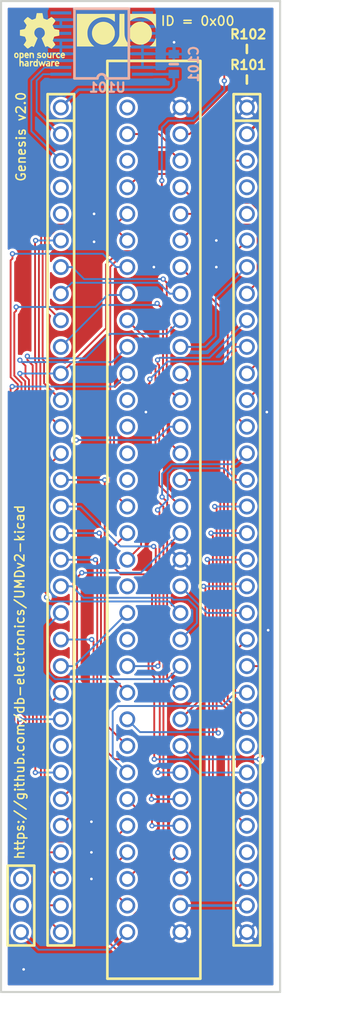
<source format=kicad_pcb>
(kicad_pcb (version 20171130) (host pcbnew 5.1.5-52549c5~84~ubuntu18.04.1)
  (title_block (title "Sega Genesis UMDv2 Adapter") (date 2020-02-10) (rev 2.0) (company "db Electronics") (comment 1 "Licensed Under CERN OHL v.1.2") (comment 2 https://github.com/db-electronics/UMDv2-kicad))
  (layers (0 F.Cu signal) (31 B.Cu signal) (34 B.Paste user) (35 F.Paste user) (36 B.SilkS user) (37 F.SilkS user) (38 B.Mask user) (39 F.Mask user) (44 Edge.Cuts user))
  (net 0 "")
  (net 1 +3V3)
  (net 2 GND)
  (net 3 /SDA)
  (net 4 /SCL)
  (net 5 /~LWR~)
  (net 6 /A15)
  (net 7 /A13)
  (net 8 /A18)
  (net 9 /A16)
  (net 10 /~WR~)
  (net 11 /A10)
  (net 12 /A8)
  (net 13 /D0)
  (net 14 /D14)
  (net 15 /D2)
  (net 16 /D12)
  (net 17 /D10)
  (net 18 /D8)
  (net 19 /D6)
  (net 20 /D4)
  (net 21 /A5)
  (net 22 /A3)
  (net 23 /A1)
  (net 24 /A22)
  (net 25 /A20)
  (net 26 /A19)
  (net 27 /A23)
  (net 28 /A21)
  (net 29 /A2)
  (net 30 /A4)
  (net 31 /~CE~)
  (net 32 /A6)
  (net 33 /~CART~)
  (net 34 /~VRES~)
  (net 35 /D5)
  (net 36 /D7)
  (net 37 /D9)
  (net 38 /D11)
  (net 39 /D3)
  (net 40 /D13)
  (net 41 /D15)
  (net 42 /D1)
  (net 43 /A7)
  (net 44 /A9)
  (net 45 /A11)
  (net 46 /~RD~)
  (net 47 /A17)
  (net 48 /A12)
  (net 49 /A14)
  (net 50 /~TIME~)
  (net 51 /~MRES~)
  (net 52 /~DTACK~)
  (net 53 /~ASEL~)
  (net 54 /~AS~)
  (net 55 /~M3~)
  (net 56 /5V_0)
  (net 57 /5V_1)
  (net 58 "Net-(CON102-PadA2)")
  (module db-smt:0603 (layer F.Cu) (at 153.67 60.452)
    (fp_text reference R102 (at 0.127 -1.397) (layer F.SilkS) (effects (font (size 0.889 0.889) (thickness 0.2032))))
    (fp_text value 0 hide)
    (pad 2 smd rect (at 0.95 0) (size 0.8 1) (layers F.Cu F.Paste F.Mask) (net 10 /~WR~))
    (pad 1 smd rect (at -0.95 0) (size 0.8 1) (layers F.Cu F.Paste F.Mask) (net 58 "Net-(CON102-PadA2)"))
  )
  (module db-smt:0603 (layer F.Cu) (at 153.67 63.373)
    (fp_text reference R101 (at 0.127 -1.397) (layer F.SilkS) (effects (font (size 0.889 0.889) (thickness 0.2032))))
    (fp_text value 0 hide)
    (pad 2 smd rect (at 0.95 0) (size 0.8 1) (layers F.Cu F.Paste F.Mask) (net 56 /5V_0))
    (pad 1 smd rect (at -0.95 0) (size 0.8 1) (layers F.Cu F.Paste F.Mask) (net 58 "Net-(CON102-PadA2)"))
  )
  (module db-artwork:db-logo_7.5mm (layer F.Cu) (at 141.224 58.674)
    (fp_text reference G*** hide)
    (fp_text value LOGO hide)
  )
  (module db-artwork:oshw-logo_5mm (layer F.Cu) (at 133.858 59.563)
    (fp_text reference G*** hide)
    (fp_text value LOGO hide)
  )
  (module db-thparts:UMD-CONN-DIP64 (layer F.Cu) (at 135.89 66.04)
    (fp_text reference CON101 hide)
    (fp_text value UMDv2-CONN hide)
    (pad 67 thru_hole circle (at -3.81 78.74 270) (size 1.524 1.524) (drill 1.016) (layers *.Cu *.Mask) (net 33 /~CART~))
    (pad 66 thru_hole circle (at -3.81 76.2 270) (size 1.524 1.524) (drill 1.016) (layers *.Cu *.Mask))
    (pad 65 thru_hole circle (at -3.81 73.66 270) (size 1.524 1.524) (drill 1.016) (layers *.Cu *.Mask))
    (pad 64 thru_hole circle (at 17.78 0) (size 1.524 1.524) (drill 1.016) (layers *.Cu *.Mask) (net 2 GND))
    (pad 63 thru_hole circle (at 17.78 2.54) (size 1.524 1.524) (drill 1.016) (layers *.Cu *.Mask) (net 56 /5V_0))
    (pad 62 thru_hole circle (at 17.78 5.08) (size 1.524 1.524) (drill 1.016) (layers *.Cu *.Mask) (net 51 /~MRES~))
    (pad 61 thru_hole circle (at 17.78 7.62) (size 1.524 1.524) (drill 1.016) (layers *.Cu *.Mask))
    (pad 60 thru_hole circle (at 17.78 10.16) (size 1.524 1.524) (drill 1.016) (layers *.Cu *.Mask))
    (pad 59 thru_hole circle (at 17.78 12.7) (size 1.524 1.524) (drill 1.016) (layers *.Cu *.Mask) (net 54 /~AS~))
    (pad 58 thru_hole circle (at 17.78 15.24) (size 1.524 1.524) (drill 1.016) (layers *.Cu *.Mask) (net 49 /A14))
    (pad 57 thru_hole circle (at 17.78 17.78) (size 1.524 1.524) (drill 1.016) (layers *.Cu *.Mask) (net 48 /A12))
    (pad 56 thru_hole circle (at 17.78 20.32) (size 1.524 1.524) (drill 1.016) (layers *.Cu *.Mask) (net 47 /A17))
    (pad 55 thru_hole circle (at 17.78 22.86) (size 1.524 1.524) (drill 1.016) (layers *.Cu *.Mask) (net 46 /~RD~))
    (pad 54 thru_hole circle (at 17.78 25.4) (size 1.524 1.524) (drill 1.016) (layers *.Cu *.Mask) (net 45 /A11))
    (pad 53 thru_hole circle (at 17.78 27.94) (size 1.524 1.524) (drill 1.016) (layers *.Cu *.Mask) (net 44 /A9))
    (pad 52 thru_hole circle (at 17.78 30.48) (size 1.524 1.524) (drill 1.016) (layers *.Cu *.Mask) (net 43 /A7))
    (pad 51 thru_hole circle (at 17.78 33.02) (size 1.524 1.524) (drill 1.016) (layers *.Cu *.Mask) (net 42 /D1))
    (pad 50 thru_hole circle (at 17.78 35.56) (size 1.524 1.524) (drill 1.016) (layers *.Cu *.Mask) (net 41 /D15))
    (pad 49 thru_hole circle (at 17.78 38.1) (size 1.524 1.524) (drill 1.016) (layers *.Cu *.Mask) (net 40 /D13))
    (pad 48 thru_hole circle (at 17.78 40.64) (size 1.524 1.524) (drill 1.016) (layers *.Cu *.Mask) (net 39 /D3))
    (pad 47 thru_hole circle (at 17.78 43.18) (size 1.524 1.524) (drill 1.016) (layers *.Cu *.Mask) (net 38 /D11))
    (pad 46 thru_hole circle (at 17.78 45.72) (size 1.524 1.524) (drill 1.016) (layers *.Cu *.Mask) (net 37 /D9))
    (pad 45 thru_hole circle (at 17.78 48.26) (size 1.524 1.524) (drill 1.016) (layers *.Cu *.Mask) (net 36 /D7))
    (pad 44 thru_hole circle (at 17.78 50.8) (size 1.524 1.524) (drill 1.016) (layers *.Cu *.Mask) (net 35 /D5))
    (pad 43 thru_hole circle (at 17.78 53.34) (size 1.524 1.524) (drill 1.016) (layers *.Cu *.Mask) (net 34 /~VRES~))
    (pad 42 thru_hole circle (at 17.78 55.88) (size 1.524 1.524) (drill 1.016) (layers *.Cu *.Mask) (net 53 /~ASEL~))
    (pad 41 thru_hole circle (at 17.78 58.42) (size 1.524 1.524) (drill 1.016) (layers *.Cu *.Mask) (net 32 /A6))
    (pad 40 thru_hole circle (at 17.78 60.96) (size 1.524 1.524) (drill 1.016) (layers *.Cu *.Mask))
    (pad 39 thru_hole circle (at 17.78 63.5) (size 1.524 1.524) (drill 1.016) (layers *.Cu *.Mask) (net 31 /~CE~))
    (pad 38 thru_hole circle (at 17.78 66.04) (size 1.524 1.524) (drill 1.016) (layers *.Cu *.Mask) (net 30 /A4))
    (pad 37 thru_hole circle (at 17.78 68.58) (size 1.524 1.524) (drill 1.016) (layers *.Cu *.Mask) (net 29 /A2))
    (pad 36 thru_hole circle (at 17.78 71.12) (size 1.524 1.524) (drill 1.016) (layers *.Cu *.Mask))
    (pad 35 thru_hole circle (at 17.78 73.66) (size 1.524 1.524) (drill 1.016) (layers *.Cu *.Mask) (net 28 /A21))
    (pad 34 thru_hole circle (at 17.78 76.2) (size 1.524 1.524) (drill 1.016) (layers *.Cu *.Mask) (net 57 /5V_1))
    (pad 33 thru_hole circle (at 17.78 78.74) (size 1.524 1.524) (drill 1.016) (layers *.Cu *.Mask) (net 2 GND))
    (pad 32 thru_hole circle (at 0 78.74) (size 1.524 1.524) (drill 1.016) (layers *.Cu *.Mask) (net 27 /A23))
    (pad 31 thru_hole circle (at 0 76.2) (size 1.524 1.524) (drill 1.016) (layers *.Cu *.Mask) (net 26 /A19))
    (pad 30 thru_hole circle (at 0 73.66) (size 1.524 1.524) (drill 1.016) (layers *.Cu *.Mask) (net 25 /A20))
    (pad 29 thru_hole circle (at 0 71.12) (size 1.524 1.524) (drill 1.016) (layers *.Cu *.Mask) (net 24 /A22))
    (pad 28 thru_hole circle (at 0 68.58) (size 1.524 1.524) (drill 1.016) (layers *.Cu *.Mask) (net 23 /A1))
    (pad 27 thru_hole circle (at 0 66.04) (size 1.524 1.524) (drill 1.016) (layers *.Cu *.Mask) (net 22 /A3))
    (pad 26 thru_hole circle (at 0 63.5) (size 1.524 1.524) (drill 1.016) (layers *.Cu *.Mask) (net 21 /A5))
    (pad 25 thru_hole circle (at 0 60.96) (size 1.524 1.524) (drill 1.016) (layers *.Cu *.Mask))
    (pad 24 thru_hole circle (at 0 58.42) (size 1.524 1.524) (drill 1.016) (layers *.Cu *.Mask) (net 50 /~TIME~))
    (pad 23 thru_hole circle (at 0 55.88) (size 1.524 1.524) (drill 1.016) (layers *.Cu *.Mask) (net 55 /~M3~))
    (pad 22 thru_hole circle (at 0 53.34) (size 1.524 1.524) (drill 1.016) (layers *.Cu *.Mask) (net 52 /~DTACK~))
    (pad 21 thru_hole circle (at 0 50.8) (size 1.524 1.524) (drill 1.016) (layers *.Cu *.Mask) (net 20 /D4))
    (pad 20 thru_hole circle (at 0 48.26) (size 1.524 1.524) (drill 1.016) (layers *.Cu *.Mask) (net 19 /D6))
    (pad 19 thru_hole circle (at 0 45.72) (size 1.524 1.524) (drill 1.016) (layers *.Cu *.Mask) (net 18 /D8))
    (pad 18 thru_hole circle (at 0 43.18) (size 1.524 1.524) (drill 1.016) (layers *.Cu *.Mask) (net 17 /D10))
    (pad 17 thru_hole circle (at 0 40.64) (size 1.524 1.524) (drill 1.016) (layers *.Cu *.Mask) (net 16 /D12))
    (pad 16 thru_hole circle (at 0 38.1) (size 1.524 1.524) (drill 1.016) (layers *.Cu *.Mask) (net 15 /D2))
    (pad 15 thru_hole circle (at 0 35.56) (size 1.524 1.524) (drill 1.016) (layers *.Cu *.Mask) (net 14 /D14))
    (pad 14 thru_hole circle (at 0 33.02) (size 1.524 1.524) (drill 1.016) (layers *.Cu *.Mask) (net 13 /D0))
    (pad 13 thru_hole circle (at 0 30.48) (size 1.524 1.524) (drill 1.016) (layers *.Cu *.Mask) (net 12 /A8))
    (pad 12 thru_hole circle (at 0 27.94) (size 1.524 1.524) (drill 1.016) (layers *.Cu *.Mask) (net 11 /A10))
    (pad 11 thru_hole circle (at 0 25.4) (size 1.524 1.524) (drill 1.016) (layers *.Cu *.Mask) (net 10 /~WR~))
    (pad 10 thru_hole circle (at 0 22.86) (size 1.524 1.524) (drill 1.016) (layers *.Cu *.Mask) (net 9 /A16))
    (pad 9 thru_hole circle (at 0 20.32) (size 1.524 1.524) (drill 1.016) (layers *.Cu *.Mask) (net 8 /A18))
    (pad 8 thru_hole circle (at 0 17.78) (size 1.524 1.524) (drill 1.016) (layers *.Cu *.Mask) (net 7 /A13))
    (pad 7 thru_hole circle (at 0 15.24) (size 1.524 1.524) (drill 1.016) (layers *.Cu *.Mask) (net 6 /A15))
    (pad 6 thru_hole circle (at 0 12.7) (size 1.524 1.524) (drill 1.016) (layers *.Cu *.Mask) (net 5 /~LWR~))
    (pad 5 thru_hole circle (at 0 10.16) (size 1.524 1.524) (drill 1.016) (layers *.Cu *.Mask))
    (pad 4 thru_hole circle (at 0 7.62) (size 1.524 1.524) (drill 1.016) (layers *.Cu *.Mask))
    (pad 3 thru_hole circle (at 0 5.08) (size 1.524 1.524) (drill 1.016) (layers *.Cu *.Mask) (net 3 /SDA))
    (pad 2 thru_hole circle (at 0 2.54) (size 1.524 1.524) (drill 1.016) (layers *.Cu *.Mask) (net 4 /SCL))
    (pad 1 thru_hole circle (at 0 0) (size 1.524 1.524) (drill 1.016) (layers *.Cu *.Mask) (net 1 +3V3))
  )
  (module db-thparts:GENESIS-CONN (layer F.Cu) (at 142.24 66.04)
    (fp_text reference CON102 hide)
    (fp_text value GENESIS-CONN hide)
    (pad A26 thru_hole circle (at 5.08 63.5 180) (size 1.524 1.524) (drill 1.016) (layers *.Cu *.Mask) (net 15 /D2))
    (pad A25 thru_hole circle (at 5.08 60.96 180) (size 1.524 1.524) (drill 1.016) (layers *.Cu *.Mask) (net 35 /D5))
    (pad A24 thru_hole circle (at 5.08 58.42 180) (size 1.524 1.524) (drill 1.016) (layers *.Cu *.Mask) (net 37 /D9))
    (pad A23 thru_hole circle (at 5.08 55.88 180) (size 1.524 1.524) (drill 1.016) (layers *.Cu *.Mask) (net 42 /D1))
    (pad A32 thru_hole circle (at 5.08 78.74 180) (size 1.524 1.524) (drill 1.016) (layers *.Cu *.Mask) (net 2 GND))
    (pad A31 thru_hole circle (at 5.08 76.2 180) (size 1.524 1.524) (drill 1.016) (layers *.Cu *.Mask) (net 57 /5V_1))
    (pad A30 thru_hole circle (at 5.08 73.66 180) (size 1.524 1.524) (drill 1.016) (layers *.Cu *.Mask) (net 38 /D11))
    (pad A29 thru_hole circle (at 5.08 71.12 180) (size 1.524 1.524) (drill 1.016) (layers *.Cu *.Mask) (net 39 /D3))
    (pad A28 thru_hole circle (at 5.08 68.58 180) (size 1.524 1.524) (drill 1.016) (layers *.Cu *.Mask) (net 20 /D4))
    (pad A27 thru_hole circle (at 5.08 66.04 180) (size 1.524 1.524) (drill 1.016) (layers *.Cu *.Mask) (net 17 /D10))
    (pad B32 thru_hole circle (at 0 78.74 180) (size 1.524 1.524) (drill 1.016) (layers *.Cu *.Mask) (net 33 /~CART~))
    (pad B31 thru_hole circle (at 0 76.2 180) (size 1.524 1.524) (drill 1.016) (layers *.Cu *.Mask) (net 50 /~TIME~))
    (pad B30 thru_hole circle (at 0 73.66 180) (size 1.524 1.524) (drill 1.016) (layers *.Cu *.Mask) (net 55 /~M3~))
    (pad B29 thru_hole circle (at 0 71.12 180) (size 1.524 1.524) (drill 1.016) (layers *.Cu *.Mask) (net 10 /~WR~))
    (pad B28 thru_hole circle (at 0 68.58 180) (size 1.524 1.524) (drill 1.016) (layers *.Cu *.Mask) (net 5 /~LWR~))
    (pad B27 thru_hole circle (at 0 66.04 180) (size 1.524 1.524) (drill 1.016) (layers *.Cu *.Mask) (net 34 /~VRES~))
    (pad B26 thru_hole circle (at 0 63.5 180) (size 1.524 1.524) (drill 1.016) (layers *.Cu *.Mask) (net 53 /~ASEL~))
    (pad B25 thru_hole circle (at 0 60.96 180) (size 1.524 1.524) (drill 1.016) (layers *.Cu *.Mask) (net 16 /D12))
    (pad B24 thru_hole circle (at 0 58.42 180) (size 1.524 1.524) (drill 1.016) (layers *.Cu *.Mask) (net 40 /D13))
    (pad B23 thru_hole circle (at 0 55.88 180) (size 1.524 1.524) (drill 1.016) (layers *.Cu *.Mask) (net 14 /D14))
    (pad B1 thru_hole circle (at 0 0 180) (size 1.524 1.524) (drill 1.016) (layers *.Cu *.Mask))
    (pad B2 thru_hole circle (at 0 2.54 180) (size 1.524 1.524) (drill 1.016) (layers *.Cu *.Mask) (net 51 /~MRES~))
    (pad B3 thru_hole circle (at 0 5.08 180) (size 1.524 1.524) (drill 1.016) (layers *.Cu *.Mask))
    (pad B4 thru_hole circle (at 0 7.62 180) (size 1.524 1.524) (drill 1.016) (layers *.Cu *.Mask) (net 44 /A9))
    (pad B5 thru_hole circle (at 0 10.16 180) (size 1.524 1.524) (drill 1.016) (layers *.Cu *.Mask) (net 11 /A10))
    (pad B6 thru_hole circle (at 0 12.7 180) (size 1.524 1.524) (drill 1.016) (layers *.Cu *.Mask) (net 8 /A18))
    (pad B7 thru_hole circle (at 0 15.24 180) (size 1.524 1.524) (drill 1.016) (layers *.Cu *.Mask) (net 26 /A19))
    (pad B8 thru_hole circle (at 0 17.78 180) (size 1.524 1.524) (drill 1.016) (layers *.Cu *.Mask) (net 25 /A20))
    (pad B9 thru_hole circle (at 0 20.32 180) (size 1.524 1.524) (drill 1.016) (layers *.Cu *.Mask) (net 28 /A21))
    (pad B10 thru_hole circle (at 0 22.86 180) (size 1.524 1.524) (drill 1.016) (layers *.Cu *.Mask) (net 24 /A22))
    (pad B11 thru_hole circle (at 0 25.4 180) (size 1.524 1.524) (drill 1.016) (layers *.Cu *.Mask) (net 27 /A23))
    (pad B12 thru_hole circle (at 0 27.94 180) (size 1.524 1.524) (drill 1.016) (layers *.Cu *.Mask))
    (pad B13 thru_hole circle (at 0 30.48 180) (size 1.524 1.524) (drill 1.016) (layers *.Cu *.Mask))
    (pad B14 thru_hole circle (at 0 33.02 180) (size 1.524 1.524) (drill 1.016) (layers *.Cu *.Mask))
    (pad B15 thru_hole circle (at 0 35.56 180) (size 1.524 1.524) (drill 1.016) (layers *.Cu *.Mask))
    (pad B16 thru_hole circle (at 0 38.1 180) (size 1.524 1.524) (drill 1.016) (layers *.Cu *.Mask) (net 46 /~RD~))
    (pad B17 thru_hole circle (at 0 40.64 180) (size 1.524 1.524) (drill 1.016) (layers *.Cu *.Mask) (net 31 /~CE~))
    (pad B18 thru_hole circle (at 0 43.18 180) (size 1.524 1.524) (drill 1.016) (layers *.Cu *.Mask) (net 54 /~AS~))
    (pad B19 thru_hole circle (at 0 45.72 180) (size 1.524 1.524) (drill 1.016) (layers *.Cu *.Mask))
    (pad B20 thru_hole circle (at 0 48.26 180) (size 1.524 1.524) (drill 1.016) (layers *.Cu *.Mask) (net 52 /~DTACK~))
    (pad B21 thru_hole circle (at 0 50.8 180) (size 1.524 1.524) (drill 1.016) (layers *.Cu *.Mask))
    (pad B22 thru_hole circle (at 0 53.34 180) (size 1.524 1.524) (drill 1.016) (layers *.Cu *.Mask) (net 41 /D15))
    (pad A1 thru_hole circle (at 5.08 0 180) (size 1.524 1.524) (drill 1.016) (layers *.Cu *.Mask) (net 2 GND))
    (pad A2 thru_hole circle (at 5.08 2.54 180) (size 1.524 1.524) (drill 1.016) (layers *.Cu *.Mask) (net 58 "Net-(CON102-PadA2)"))
    (pad A3 thru_hole circle (at 5.08 5.08 180) (size 1.524 1.524) (drill 1.016) (layers *.Cu *.Mask) (net 12 /A8))
    (pad A4 thru_hole circle (at 5.08 7.62 180) (size 1.524 1.524) (drill 1.016) (layers *.Cu *.Mask) (net 45 /A11))
    (pad A5 thru_hole circle (at 5.08 10.16 180) (size 1.524 1.524) (drill 1.016) (layers *.Cu *.Mask) (net 43 /A7))
    (pad A6 thru_hole circle (at 5.08 12.7 180) (size 1.524 1.524) (drill 1.016) (layers *.Cu *.Mask) (net 48 /A12))
    (pad A7 thru_hole circle (at 5.08 15.24 180) (size 1.524 1.524) (drill 1.016) (layers *.Cu *.Mask) (net 32 /A6))
    (pad A8 thru_hole circle (at 5.08 17.78 180) (size 1.524 1.524) (drill 1.016) (layers *.Cu *.Mask) (net 7 /A13))
    (pad A9 thru_hole circle (at 5.08 20.32 180) (size 1.524 1.524) (drill 1.016) (layers *.Cu *.Mask) (net 21 /A5))
    (pad A10 thru_hole circle (at 5.08 22.86 180) (size 1.524 1.524) (drill 1.016) (layers *.Cu *.Mask) (net 49 /A14))
    (pad A11 thru_hole circle (at 5.08 25.4 180) (size 1.524 1.524) (drill 1.016) (layers *.Cu *.Mask) (net 30 /A4))
    (pad A12 thru_hole circle (at 5.08 27.94 180) (size 1.524 1.524) (drill 1.016) (layers *.Cu *.Mask) (net 6 /A15))
    (pad A13 thru_hole circle (at 5.08 30.48 180) (size 1.524 1.524) (drill 1.016) (layers *.Cu *.Mask) (net 22 /A3))
    (pad A14 thru_hole circle (at 5.08 33.02 180) (size 1.524 1.524) (drill 1.016) (layers *.Cu *.Mask) (net 9 /A16))
    (pad A15 thru_hole circle (at 5.08 35.56 180) (size 1.524 1.524) (drill 1.016) (layers *.Cu *.Mask) (net 29 /A2))
    (pad A16 thru_hole circle (at 5.08 38.1 180) (size 1.524 1.524) (drill 1.016) (layers *.Cu *.Mask) (net 47 /A17))
    (pad A17 thru_hole circle (at 5.08 40.64 180) (size 1.524 1.524) (drill 1.016) (layers *.Cu *.Mask) (net 23 /A1))
    (pad A18 thru_hole circle (at 5.08 43.18 180) (size 1.524 1.524) (drill 1.016) (layers *.Cu *.Mask) (net 2 GND))
    (pad A19 thru_hole circle (at 5.08 45.72 180) (size 1.524 1.524) (drill 1.016) (layers *.Cu *.Mask) (net 36 /D7))
    (pad A20 thru_hole circle (at 5.08 48.26 180) (size 1.524 1.524) (drill 1.016) (layers *.Cu *.Mask) (net 13 /D0))
    (pad A21 thru_hole circle (at 5.08 50.8 180) (size 1.524 1.524) (drill 1.016) (layers *.Cu *.Mask) (net 18 /D8))
    (pad A22 thru_hole circle (at 5.08 53.34 180) (size 1.524 1.524) (drill 1.016) (layers *.Cu *.Mask) (net 19 /D6))
  )
  (module db-smt:0603 (layer B.Cu) (at 146.685 61.8998 90)
    (fp_text reference C101 (at 0 1.905 90) (layer B.SilkS) (effects (font (size 0.889 0.889) (thickness 0.2032)) (justify mirror)))
    (fp_text value 0.1uF/50V hide)
    (pad 1 smd rect (at -0.95 0 90) (size 0.8 1) (layers B.Cu B.Paste B.Mask) (net 1 +3V3))
    (pad 2 smd rect (at 0.95 0 90) (size 0.8 1) (layers B.Cu B.Paste B.Mask) (net 2 GND))
  )
  (module db-smt:SSOP-20 (layer B.Cu) (at 135.89 62.865)
    (fp_text reference U101 (at 4.445 1.27) (layer B.SilkS) (effects (font (size 0.889 0.889) (thickness 0.2032)) (justify mirror)))
    (fp_text value MCP23008T-E_SS hide)
    (pad 1 smd rect (at 0 0) (size 2 0.3) (layers B.Cu B.Paste B.Mask) (net 4 /SCL))
    (pad 2 smd rect (at 0 -0.65) (size 2 0.3) (layers B.Cu B.Paste B.Mask) (net 3 /SDA))
    (pad 3 smd rect (at 0 -1.3) (size 2 0.3) (layers B.Cu B.Paste B.Mask) (net 2 GND))
    (pad 4 smd rect (at 0 -1.95) (size 2 0.3) (layers B.Cu B.Paste B.Mask) (net 2 GND))
    (pad 5 smd rect (at 0 -2.6) (size 2 0.3) (layers B.Cu B.Paste B.Mask) (net 2 GND))
    (pad 6 smd rect (at 0 -3.25) (size 2 0.3) (layers B.Cu B.Paste B.Mask) (net 2 GND))
    (pad 7 smd rect (at 0 -3.9) (size 2 0.3) (layers B.Cu B.Paste B.Mask))
    (pad 8 smd rect (at 0 -4.55) (size 2 0.3) (layers B.Cu B.Paste B.Mask) (net 2 GND))
    (pad 9 smd rect (at 0 -5.2) (size 2 0.3) (layers B.Cu B.Paste B.Mask) (net 2 GND))
    (pad 10 smd rect (at 0 -5.85) (size 2 0.3) (layers B.Cu B.Paste B.Mask))
    (pad 11 smd rect (at 7.8 -5.85) (size 2 0.3) (layers B.Cu B.Paste B.Mask))
    (pad 12 smd rect (at 7.8 -5.2) (size 2 0.3) (layers B.Cu B.Paste B.Mask) (net 2 GND))
    (pad 13 smd rect (at 7.8 -4.55) (size 2 0.3) (layers B.Cu B.Paste B.Mask) (net 2 GND))
    (pad 14 smd rect (at 7.8 -3.9) (size 2 0.3) (layers B.Cu B.Paste B.Mask) (net 2 GND))
    (pad 15 smd rect (at 7.8 -3.25) (size 2 0.3) (layers B.Cu B.Paste B.Mask) (net 2 GND))
    (pad 16 smd rect (at 7.8 -2.6) (size 2 0.3) (layers B.Cu B.Paste B.Mask) (net 2 GND))
    (pad 19 smd rect (at 7.8 -0.65) (size 2 0.3) (layers B.Cu B.Paste B.Mask) (net 2 GND))
    (pad 20 smd rect (at 7.8 0) (size 2 0.3) (layers B.Cu B.Paste B.Mask) (net 1 +3V3))
    (pad 17 smd rect (at 7.8 -1.95) (size 2 0.3) (layers B.Cu B.Paste B.Mask) (net 2 GND))
    (pad 18 smd rect (at 7.8 -1.3) (size 2 0.3) (layers B.Cu B.Paste B.Mask) (net 2 GND))
  )
  (gr_text "ID = 0x00" (at 148.971 57.785) (layer F.SilkS) (effects (font (size 0.889 0.889) (thickness 0.1524))))
  (gr_text "Genesis v2.0" (at 132.08 68.834 90) (layer F.SilkS) (effects (font (size 0.889 0.889) (thickness 0.1524))))
  (gr_text https://github.com/db-electronics/UMDv2-kicad (at 131.953 120.904 90) (layer F.SilkS) (effects (font (size 0.889 0.889) (thickness 0.1524))))
  (gr_line (start 156.845 55.88) (end 130.175 55.88) (layer Edge.Cuts) (width 0.2))
  (gr_line (start 156.845 55.88) (end 156.845 150.495) (layer Edge.Cuts) (width 0.2))
  (gr_line (start 130.175 150.495) (end 130.175 55.88) (layer Edge.Cuts) (width 0.2))
  (gr_line (start 156.845 150.495) (end 130.175 150.495) (layer Edge.Cuts) (width 0.2))
  (segment (start 135.89 66.04) (end 137.5918 64.3382) (width 0.254) (layer B.Cu) (net 1))
  (segment (start 137.5918 64.3382) (end 146.3548 64.3382) (width 0.254) (layer B.Cu) (net 1))
  (segment (start 146.3548 64.3382) (end 146.685 64.008) (width 0.254) (layer B.Cu) (net 1))
  (segment (start 146.685 64.008) (end 146.685 62.8498) (width 0.254) (layer B.Cu) (net 1))
  (segment (start 146.6698 62.865) (end 146.685 62.8498) (width 0.254) (layer B.Cu) (net 1))
  (segment (start 143.69 62.865) (end 146.6698 62.865) (width 0.254) (layer B.Cu) (net 1))
  (via (at 146.7104 59.817) (size 0.508) (drill 0.254) (layers F.Cu B.Cu) (net 2))
  (segment (start 146.7104 60.17621) (end 146.7358 60.20161) (width 0.254) (layer B.Cu) (net 2))
  (segment (start 146.7104 59.817) (end 146.7104 60.17621) (width 0.254) (layer B.Cu) (net 2))
  (segment (start 146.7358 60.20161) (end 146.7358 60.96) (width 0.254) (layer B.Cu) (net 2))
  (segment (start 144.944 60.915) (end 144.9498 60.9092) (width 0.254) (layer B.Cu) (net 2))
  (segment (start 143.69 60.915) (end 144.944 60.915) (width 0.254) (layer B.Cu) (net 2))
  (segment (start 144.9498 60.9092) (end 146.6342 60.9092) (width 0.254) (layer B.Cu) (net 2))
  (segment (start 146.6342 60.9092) (end 146.6596 60.8838) (width 0.254) (layer B.Cu) (net 2))
  (segment (start 143.69 57.711) (end 143.6878 57.7088) (width 0.254) (layer B.Cu) (net 2))
  (via (at 139.065 76.2) (size 0.508) (drill 0.254) (layers F.Cu B.Cu) (net 2))
  (via (at 139.065 78.867) (size 0.508) (drill 0.254) (layers F.Cu B.Cu) (net 2))
  (via (at 150.749 78.74) (size 0.508) (drill 0.254) (layers F.Cu B.Cu) (net 2))
  (via (at 150.749 81.28) (size 0.508) (drill 0.254) (layers F.Cu B.Cu) (net 2))
  (via (at 144.78 81.28) (size 0.508) (drill 0.254) (layers F.Cu B.Cu) (net 2))
  (via (at 144.018 95.123) (size 0.508) (drill 0.254) (layers F.Cu B.Cu) (net 2))
  (via (at 132.334 148.336) (size 0.508) (drill 0.254) (layers F.Cu B.Cu) (net 2))
  (via (at 155.575 95.123) (size 0.508) (drill 0.254) (layers F.Cu B.Cu) (net 2))
  (via (at 155.702 115.951) (size 0.508) (drill 0.254) (layers F.Cu B.Cu) (net 2))
  (via (at 138.811 139.7) (size 0.508) (drill 0.254) (layers F.Cu B.Cu) (net 2))
  (via (at 138.811 137.16) (size 0.508) (drill 0.254) (layers F.Cu B.Cu) (net 2))
  (via (at 138.811 134.239) (size 0.508) (drill 0.254) (layers F.Cu B.Cu) (net 2))
  (segment (start 133.0706 68.3006) (end 133.0706 63.4746) (width 0.1778) (layer B.Cu) (net 3))
  (segment (start 135.89 71.12) (end 133.0706 68.3006) (width 0.1778) (layer B.Cu) (net 3))
  (segment (start 133.0706 63.4746) (end 134.3152 62.23) (width 0.1778) (layer B.Cu) (net 3))
  (segment (start 134.3152 62.23) (end 135.9408 62.23) (width 0.1778) (layer B.Cu) (net 3))
  (segment (start 135.7884 68.6562) (end 135.7884 68.6308) (width 0.1778) (layer B.Cu) (net 4))
  (segment (start 133.5786 66.4464) (end 135.7884 68.6562) (width 0.1778) (layer B.Cu) (net 4))
  (segment (start 133.5786 63.4746) (end 133.5786 66.4464) (width 0.1778) (layer B.Cu) (net 4))
  (segment (start 135.89 62.865) (end 134.1882 62.865) (width 0.1778) (layer B.Cu) (net 4))
  (segment (start 134.1882 62.865) (end 133.5786 63.4746) (width 0.1778) (layer B.Cu) (net 4))
  (via (at 133.477 78.74) (size 0.508) (drill 0.254) (layers F.Cu B.Cu) (net 5))
  (segment (start 134.1374 78.74) (end 133.477 78.74) (width 0.1778) (layer B.Cu) (net 5))
  (segment (start 135.89 78.74) (end 134.1374 78.74) (width 0.1778) (layer B.Cu) (net 5))
  (segment (start 133.477 78.74) (end 133.426211 78.790789) (width 0.1778) (layer F.Cu) (net 5))
  (segment (start 133.426211 78.790789) (end 133.426211 90.381912) (width 0.1778) (layer F.Cu) (net 5))
  (segment (start 133.553236 93.63958) (end 133.553236 90.508937) (width 0.1778) (layer F.Cu) (net 5))
  (segment (start 133.5532 93.6498) (end 133.5532 93.639616) (width 0.1778) (layer F.Cu) (net 5))
  (segment (start 133.22304 122.88524) (end 133.22304 93.97996) (width 0.1778) (layer F.Cu) (net 5))
  (segment (start 133.5532 93.639616) (end 133.553236 93.63958) (width 0.1778) (layer F.Cu) (net 5))
  (segment (start 133.22304 93.97996) (end 133.5532 93.6498) (width 0.1778) (layer F.Cu) (net 5))
  (segment (start 133.985 123.6472) (end 133.22304 122.88524) (width 0.1778) (layer F.Cu) (net 5))
  (segment (start 133.553236 90.508937) (end 133.477 90.432701) (width 0.1778) (layer F.Cu) (net 5))
  (segment (start 140.766789 136.118611) (end 134.802902 136.118611) (width 0.1778) (layer F.Cu) (net 5))
  (segment (start 133.426211 90.381912) (end 133.477 90.432701) (width 0.1778) (layer F.Cu) (net 5))
  (segment (start 134.802902 136.118611) (end 133.985 135.300709) (width 0.1778) (layer F.Cu) (net 5))
  (segment (start 142.2654 134.62) (end 140.766789 136.118611) (width 0.1778) (layer F.Cu) (net 5))
  (segment (start 133.985 135.300709) (end 133.985 123.6472) (width 0.1778) (layer F.Cu) (net 5))
  (via (at 145.669 82.423) (size 0.508) (drill 0.254) (layers F.Cu B.Cu) (net 6))
  (segment (start 136.96763 81.28) (end 135.89 81.28) (width 0.1778) (layer B.Cu) (net 6))
  (segment (start 145.669 82.423) (end 138.11063 82.423) (width 0.1778) (layer B.Cu) (net 6))
  (segment (start 138.11063 82.423) (end 136.96763 81.28) (width 0.1778) (layer B.Cu) (net 6))
  (segment (start 146.011912 92.748112) (end 146.011912 82.765912) (width 0.1778) (layer F.Cu) (net 6))
  (segment (start 146.011912 82.765912) (end 145.669 82.423) (width 0.1778) (layer F.Cu) (net 6))
  (segment (start 147.2946 94.0308) (end 146.011912 92.748112) (width 0.1778) (layer F.Cu) (net 6))
  (segment (start 136.931389 82.778611) (end 145.253973 82.778611) (width 0.1778) (layer B.Cu) (net 7))
  (segment (start 146.295362 83.82) (end 147.32 83.82) (width 0.1778) (layer B.Cu) (net 7))
  (segment (start 135.89 83.82) (end 136.931389 82.778611) (width 0.1778) (layer B.Cu) (net 7))
  (segment (start 145.253973 82.778611) (end 146.295362 83.82) (width 0.1778) (layer B.Cu) (net 7))
  (segment (start 141.1224 77.6224) (end 142.24 78.74) (width 0.1778) (layer F.Cu) (net 8))
  (segment (start 134.505688 84.975688) (end 134.505688 79.768712) (width 0.1778) (layer F.Cu) (net 8))
  (segment (start 135.89 86.36) (end 134.505688 84.975688) (width 0.1778) (layer F.Cu) (net 8))
  (segment (start 134.505688 79.768712) (end 134.721622 79.552778) (width 0.1778) (layer F.Cu) (net 8))
  (segment (start 134.721622 78.3859) (end 135.485122 77.6224) (width 0.1778) (layer F.Cu) (net 8))
  (segment (start 134.721622 79.552778) (end 134.721622 78.3859) (width 0.1778) (layer F.Cu) (net 8))
  (segment (start 135.485122 77.6224) (end 141.1224 77.6224) (width 0.1778) (layer F.Cu) (net 8))
  (segment (start 139.89051 84.89949) (end 144.940683 84.89949) (width 0.1778) (layer B.Cu) (net 9))
  (segment (start 144.940683 84.89949) (end 145.093083 84.74709) (width 0.1778) (layer B.Cu) (net 9))
  (segment (start 135.89 88.9) (end 139.89051 84.89949) (width 0.1778) (layer B.Cu) (net 9))
  (via (at 145.093083 84.74709) (size 0.508) (drill 0.254) (layers F.Cu B.Cu) (net 9))
  (segment (start 145.656301 97.396301) (end 145.656301 85.310308) (width 0.1778) (layer F.Cu) (net 9))
  (segment (start 145.656301 85.310308) (end 145.093083 84.74709) (width 0.1778) (layer F.Cu) (net 9))
  (segment (start 147.32 99.06) (end 145.656301 97.396301) (width 0.1778) (layer F.Cu) (net 9))
  (via (at 131.9784 91.44) (size 0.508) (drill 0.254) (layers F.Cu B.Cu) (net 10))
  (segment (start 135.89 91.44) (end 131.9784 91.44) (width 0.1778) (layer B.Cu) (net 10))
  (segment (start 134.4676 138.43) (end 140.97 138.43) (width 0.1778) (layer F.Cu) (net 10))
  (segment (start 132.511809 136.474209) (end 134.4676 138.43) (width 0.1778) (layer F.Cu) (net 10))
  (segment (start 132.511809 125.145791) (end 132.511809 136.474209) (width 0.1778) (layer F.Cu) (net 10))
  (segment (start 132.8674 124.7902) (end 132.511809 125.145791) (width 0.1778) (layer F.Cu) (net 10))
  (segment (start 131.9784 91.678784) (end 132.486407 92.186792) (width 0.1778) (layer F.Cu) (net 10))
  (segment (start 132.15621 93.517698) (end 132.15621 123.39321) (width 0.1778) (layer F.Cu) (net 10))
  (segment (start 140.97 138.43) (end 142.24 137.16) (width 0.1778) (layer F.Cu) (net 10))
  (segment (start 131.9784 91.44) (end 131.9784 91.678784) (width 0.1778) (layer F.Cu) (net 10))
  (segment (start 132.15621 123.39321) (end 132.8674 124.1044) (width 0.1778) (layer F.Cu) (net 10))
  (segment (start 132.8674 124.1044) (end 132.8674 124.7902) (width 0.1778) (layer F.Cu) (net 10))
  (segment (start 132.486407 92.186792) (end 132.486409 93.187499) (width 0.1778) (layer F.Cu) (net 10))
  (segment (start 132.486409 93.187499) (end 132.15621 93.517698) (width 0.1778) (layer F.Cu) (net 10))
  (segment (start 135.89 91.44) (end 140.208 87.122) (width 0.1778) (layer F.Cu) (net 10))
  (segment (start 140.208 87.122) (end 140.208 81.026) (width 0.1778) (layer F.Cu) (net 10))
  (segment (start 141.465299 79.768701) (end 144.767299 79.768701) (width 0.1778) (layer F.Cu) (net 10))
  (segment (start 140.208 81.026) (end 141.465299 79.768701) (width 0.1778) (layer F.Cu) (net 10))
  (via (at 145.542 73.025) (size 0.508) (drill 0.254) (layers F.Cu B.Cu) (net 10))
  (segment (start 144.767299 79.768701) (end 145.542 78.994) (width 0.1778) (layer F.Cu) (net 10))
  (segment (start 145.542 78.994) (end 145.542 73.025) (width 0.1778) (layer F.Cu) (net 10))
  (segment (start 145.542 73.025) (end 145.542 67.945) (width 0.1778) (layer B.Cu) (net 10))
  (segment (start 145.542 67.945) (end 146.177 67.31) (width 0.1778) (layer B.Cu) (net 10))
  (segment (start 146.177 67.31) (end 148.59 67.31) (width 0.1778) (layer B.Cu) (net 10))
  (via (at 151.511 63.5) (size 0.508) (drill 0.254) (layers F.Cu B.Cu) (net 10))
  (segment (start 148.59 67.31) (end 151.511 64.389) (width 0.1778) (layer B.Cu) (net 10))
  (segment (start 151.511 64.389) (end 151.511 63.5) (width 0.1778) (layer B.Cu) (net 10))
  (segment (start 151.511 63.5) (end 151.511 59.563) (width 0.1778) (layer F.Cu) (net 10))
  (segment (start 151.511 59.563) (end 152.019 59.055) (width 0.1778) (layer F.Cu) (net 10))
  (segment (start 152.019 59.055) (end 154.432 59.055) (width 0.1778) (layer F.Cu) (net 10))
  (segment (start 154.62 59.243) (end 154.62 60.452) (width 0.1778) (layer F.Cu) (net 10))
  (segment (start 154.432 59.055) (end 154.62 59.243) (width 0.1778) (layer F.Cu) (net 10))
  (segment (start 134.366011 79.2988) (end 134.366011 78.238602) (width 0.1778) (layer F.Cu) (net 11))
  (segment (start 134.366011 78.238602) (end 135.375912 77.228701) (width 0.1778) (layer F.Cu) (net 11))
  (segment (start 135.375912 77.228701) (end 141.135099 77.228701) (width 0.1778) (layer F.Cu) (net 11))
  (segment (start 134.289833 92.379833) (end 134.289833 90.239716) (width 0.1778) (layer F.Cu) (net 11))
  (segment (start 141.135099 77.228701) (end 142.1892 76.1746) (width 0.1778) (layer F.Cu) (net 11))
  (segment (start 134.150077 79.514734) (end 134.366011 79.2988) (width 0.1778) (layer F.Cu) (net 11))
  (segment (start 134.289833 90.239716) (end 134.150077 90.09996) (width 0.1778) (layer F.Cu) (net 11))
  (segment (start 134.150077 90.09996) (end 134.150077 79.514734) (width 0.1778) (layer F.Cu) (net 11))
  (segment (start 135.89 93.98) (end 134.289833 92.379833) (width 0.1778) (layer F.Cu) (net 11))
  (segment (start 133.934222 90.387014) (end 133.794466 90.247258) (width 0.1778) (layer F.Cu) (net 12))
  (segment (start 133.794466 79.286134) (end 134.0104 79.0702) (width 0.1778) (layer F.Cu) (net 12))
  (segment (start 133.934222 94.640422) (end 133.934222 90.387014) (width 0.1778) (layer F.Cu) (net 12))
  (segment (start 135.3312 74.9554) (end 136.882122 74.9554) (width 0.1778) (layer F.Cu) (net 12))
  (segment (start 146.05 69.85) (end 147.32 71.12) (width 0.1778) (layer F.Cu) (net 12))
  (segment (start 133.794466 90.247258) (end 133.794466 79.286134) (width 0.1778) (layer F.Cu) (net 12))
  (segment (start 135.8646 96.5708) (end 133.934222 94.640422) (width 0.1778) (layer F.Cu) (net 12))
  (segment (start 134.0104 79.0702) (end 134.0104 76.2762) (width 0.1778) (layer F.Cu) (net 12))
  (segment (start 141.987522 69.85) (end 146.05 69.85) (width 0.1778) (layer F.Cu) (net 12))
  (segment (start 134.0104 76.2762) (end 135.3312 74.9554) (width 0.1778) (layer F.Cu) (net 12))
  (segment (start 136.882122 74.9554) (end 141.987522 69.85) (width 0.1778) (layer F.Cu) (net 12))
  (via (at 134.5184 112.8014) (size 0.508) (drill 0.254) (layers F.Cu B.Cu) (net 13))
  (segment (start 134.3406 100.6094) (end 135.89 99.06) (width 0.1778) (layer F.Cu) (net 13))
  (segment (start 134.5184 112.44219) (end 134.3406 112.26439) (width 0.1778) (layer F.Cu) (net 13))
  (segment (start 134.3406 112.26439) (end 134.3406 100.6094) (width 0.1778) (layer F.Cu) (net 13))
  (segment (start 134.5184 112.8014) (end 134.5184 112.44219) (width 0.1778) (layer F.Cu) (net 13))
  (segment (start 147.32 114.3) (end 146.227811 113.207811) (width 0.1778) (layer B.Cu) (net 13))
  (segment (start 134.924811 113.207811) (end 134.5184 112.8014) (width 0.1778) (layer B.Cu) (net 13))
  (segment (start 146.227811 113.207811) (end 134.924811 113.207811) (width 0.1778) (layer B.Cu) (net 13))
  (via (at 140.081 101.6) (size 0.508) (drill 0.254) (layers F.Cu B.Cu) (net 14))
  (segment (start 135.89 101.6) (end 140.081 101.6) (width 0.1778) (layer B.Cu) (net 14))
  (segment (start 140.081 119.761) (end 142.24 121.92) (width 0.1778) (layer F.Cu) (net 14))
  (segment (start 140.081 101.6) (end 140.081 119.761) (width 0.1778) (layer F.Cu) (net 14))
  (via (at 145.161 129.54) (size 0.508) (drill 0.254) (layers F.Cu B.Cu) (net 15))
  (segment (start 147.32 129.54) (end 145.161 129.54) (width 0.1778) (layer B.Cu) (net 15))
  (segment (start 145.161 129.18079) (end 145.3388 129.00299) (width 0.1778) (layer F.Cu) (net 15))
  (segment (start 145.161 129.54) (end 145.161 129.18079) (width 0.1778) (layer F.Cu) (net 15))
  (segment (start 145.3388 129.00299) (end 145.3388 120.3452) (width 0.1778) (layer F.Cu) (net 15))
  (segment (start 145.3388 120.3452) (end 144.6276 119.634) (width 0.1778) (layer F.Cu) (net 15))
  (segment (start 144.6276 119.634) (end 144.6276 119.126) (width 0.1778) (layer F.Cu) (net 15))
  (segment (start 144.6276 119.126) (end 144.9578 118.7958) (width 0.1778) (layer F.Cu) (net 15))
  (segment (start 144.9578 118.7958) (end 144.9578 108.1532) (width 0.1778) (layer F.Cu) (net 15))
  (via (at 144.7546 107.95) (size 0.508) (drill 0.254) (layers F.Cu B.Cu) (net 15))
  (segment (start 144.9578 108.1532) (end 144.7546 107.95) (width 0.1778) (layer F.Cu) (net 15))
  (segment (start 137.77824 104.14) (end 135.89 104.14) (width 0.1778) (layer B.Cu) (net 15))
  (segment (start 144.7546 107.95) (end 141.58824 107.95) (width 0.1778) (layer B.Cu) (net 15))
  (segment (start 141.58824 107.95) (end 137.77824 104.14) (width 0.1778) (layer B.Cu) (net 15))
  (via (at 139.5476 106.68) (size 0.508) (drill 0.254) (layers F.Cu B.Cu) (net 16))
  (segment (start 135.89 106.68) (end 139.5476 106.68) (width 0.1778) (layer B.Cu) (net 16))
  (segment (start 139.5476 106.68) (end 139.5476 106.7054) (width 0.1778) (layer F.Cu) (net 16))
  (segment (start 139.5476 106.7054) (end 139.7254 106.8832) (width 0.1778) (layer F.Cu) (net 16))
  (segment (start 139.7254 124.4854) (end 142.24 127) (width 0.1778) (layer F.Cu) (net 16))
  (segment (start 139.7254 106.8832) (end 139.7254 124.4854) (width 0.1778) (layer F.Cu) (net 16))
  (via (at 139.192 109.22) (size 0.508) (drill 0.254) (layers F.Cu B.Cu) (net 17))
  (segment (start 135.89 109.22) (end 139.192 109.22) (width 0.1778) (layer B.Cu) (net 17))
  (segment (start 139.192 109.22) (end 139.3698 109.3978) (width 0.1778) (layer F.Cu) (net 17))
  (segment (start 139.3698 109.3978) (end 139.3698 110.4646) (width 0.1778) (layer F.Cu) (net 17))
  (segment (start 139.3698 110.4646) (end 139.3698 126.619) (width 0.1778) (layer F.Cu) (net 17))
  (segment (start 139.3698 126.619) (end 141.0208 128.27) (width 0.1778) (layer F.Cu) (net 17))
  (segment (start 141.0208 128.27) (end 143.4846 128.27) (width 0.1778) (layer F.Cu) (net 17))
  (via (at 144.5514 132.08) (size 0.508) (drill 0.254) (layers F.Cu B.Cu) (net 17))
  (segment (start 143.4846 128.27) (end 144.5514 129.3368) (width 0.1778) (layer F.Cu) (net 17))
  (segment (start 144.5514 129.3368) (end 144.5514 132.08) (width 0.1778) (layer F.Cu) (net 17))
  (segment (start 144.5514 132.08) (end 147.32 132.08) (width 0.1778) (layer B.Cu) (net 17))
  (segment (start 136.96763 111.76) (end 138.05983 112.8522) (width 0.1778) (layer B.Cu) (net 18))
  (segment (start 135.89 111.76) (end 136.96763 111.76) (width 0.1778) (layer B.Cu) (net 18))
  (segment (start 138.05983 112.8522) (end 146.4818 112.8522) (width 0.1778) (layer B.Cu) (net 18))
  (segment (start 146.4818 112.8522) (end 146.6596 113.03) (width 0.1778) (layer B.Cu) (net 18))
  (segment (start 146.6596 113.03) (end 148.0566 113.03) (width 0.1778) (layer B.Cu) (net 18))
  (segment (start 148.0566 113.03) (end 148.8948 113.8682) (width 0.1778) (layer B.Cu) (net 18))
  (segment (start 148.8948 115.2652) (end 147.32 116.84) (width 0.1778) (layer B.Cu) (net 18))
  (segment (start 148.8948 113.8682) (end 148.8948 115.2652) (width 0.1778) (layer B.Cu) (net 18))
  (segment (start 146.0754 120.6246) (end 147.32 119.38) (width 0.1778) (layer B.Cu) (net 19))
  (segment (start 135.3312 120.6246) (end 146.0754 120.6246) (width 0.1778) (layer B.Cu) (net 19))
  (segment (start 134.5692 119.8626) (end 135.3312 120.6246) (width 0.1778) (layer B.Cu) (net 19))
  (segment (start 135.89 114.3) (end 134.5692 115.6208) (width 0.1778) (layer B.Cu) (net 19))
  (segment (start 134.5692 115.6208) (end 134.5692 119.8626) (width 0.1778) (layer B.Cu) (net 19))
  (via (at 138.8364 116.84) (size 0.508) (drill 0.254) (layers F.Cu B.Cu) (net 20))
  (segment (start 135.89 116.84) (end 138.8364 116.84) (width 0.1778) (layer B.Cu) (net 20))
  (segment (start 138.8364 116.84) (end 138.8364 116.8654) (width 0.1778) (layer F.Cu) (net 20))
  (segment (start 138.8364 116.8654) (end 139.0142 117.0432) (width 0.1778) (layer F.Cu) (net 20))
  (segment (start 139.0142 117.0432) (end 139.0142 128.8288) (width 0.1778) (layer F.Cu) (net 20))
  (segment (start 139.0142 128.8288) (end 141.0208 130.8354) (width 0.1778) (layer F.Cu) (net 20))
  (segment (start 141.0208 130.8354) (end 143.2306 130.8354) (width 0.1778) (layer F.Cu) (net 20))
  (segment (start 143.2306 130.8354) (end 143.9672 131.572) (width 0.1778) (layer F.Cu) (net 20))
  (segment (start 143.9672 131.572) (end 143.9672 132.3086) (width 0.1778) (layer F.Cu) (net 20))
  (via (at 144.6022 134.62) (size 0.508) (drill 0.254) (layers F.Cu B.Cu) (net 20))
  (segment (start 143.9672 132.3086) (end 144.6022 132.9436) (width 0.1778) (layer F.Cu) (net 20))
  (segment (start 144.6022 132.9436) (end 144.6022 134.62) (width 0.1778) (layer F.Cu) (net 20))
  (segment (start 144.6022 134.62) (end 147.32 134.62) (width 0.1778) (layer B.Cu) (net 20))
  (via (at 132.6896 89.789) (size 0.508) (drill 0.254) (layers F.Cu B.Cu) (net 21))
  (segment (start 132.6896 89.789) (end 132.6896 90.14821) (width 0.1778) (layer F.Cu) (net 21))
  (via (at 133.4516 129.54) (size 0.508) (drill 0.254) (layers F.Cu B.Cu) (net 21))
  (segment (start 135.89 129.54) (end 133.4516 129.54) (width 0.1778) (layer B.Cu) (net 21))
  (segment (start 133.5786 125.084816) (end 133.578618 125.084796) (width 0.1778) (layer F.Cu) (net 21))
  (segment (start 133.578618 125.084796) (end 133.578619 123.809803) (width 0.1778) (layer F.Cu) (net 21))
  (segment (start 133.578619 123.809803) (end 132.86743 123.098614) (width 0.1778) (layer F.Cu) (net 21))
  (segment (start 132.86743 123.098614) (end 132.86743 93.822478) (width 0.1778) (layer F.Cu) (net 21))
  (segment (start 132.86743 93.822478) (end 133.197626 93.492282) (width 0.1778) (layer F.Cu) (net 21))
  (segment (start 133.197626 90.656236) (end 133.04159 90.5002) (width 0.1778) (layer F.Cu) (net 21))
  (segment (start 133.197626 93.492282) (end 133.197626 90.656236) (width 0.1778) (layer F.Cu) (net 21))
  (segment (start 132.6896 90.14821) (end 133.04159 90.5002) (width 0.1778) (layer F.Cu) (net 21))
  (segment (start 133.4516 125.211814) (end 133.578618 125.084796) (width 0.1778) (layer F.Cu) (net 21))
  (segment (start 133.4516 129.54) (end 133.4516 125.211814) (width 0.1778) (layer F.Cu) (net 21))
  (segment (start 140.5636 87.6554) (end 146.0246 87.6554) (width 0.1778) (layer B.Cu) (net 21))
  (segment (start 138.2268 89.9922) (end 140.5636 87.6554) (width 0.1778) (layer B.Cu) (net 21))
  (segment (start 132.6896 89.789) (end 132.8928 89.9922) (width 0.1778) (layer B.Cu) (net 21))
  (segment (start 146.0246 87.6554) (end 147.32 86.36) (width 0.1778) (layer B.Cu) (net 21))
  (segment (start 132.8928 89.9922) (end 138.2268 89.9922) (width 0.1778) (layer B.Cu) (net 21))
  (segment (start 146.24237 96.52) (end 144.97237 97.79) (width 0.1778) (layer B.Cu) (net 22))
  (segment (start 147.32 96.52) (end 146.24237 96.52) (width 0.1778) (layer B.Cu) (net 22))
  (via (at 137.3632 97.79) (size 0.508) (drill 0.254) (layers F.Cu B.Cu) (net 22))
  (segment (start 144.97237 97.79) (end 137.3632 97.79) (width 0.1778) (layer B.Cu) (net 22))
  (segment (start 137.083789 121.088402) (end 137.337789 121.342402) (width 0.1778) (layer F.Cu) (net 22))
  (segment (start 137.337789 121.342402) (end 137.337789 130.632211) (width 0.1778) (layer F.Cu) (net 22))
  (segment (start 137.083789 98.069411) (end 137.083789 121.088402) (width 0.1778) (layer F.Cu) (net 22))
  (segment (start 137.337789 130.632211) (end 135.89 132.08) (width 0.1778) (layer F.Cu) (net 22))
  (segment (start 137.3632 97.79) (end 137.083789 98.069411) (width 0.1778) (layer F.Cu) (net 22))
  (segment (start 147.32 106.68) (end 146.558001 107.441999) (width 0.1778) (layer B.Cu) (net 23))
  (segment (start 146.558001 107.441999) (end 143.5354 110.4646) (width 0.1778) (layer B.Cu) (net 23))
  (via (at 137.8966 110.4646) (size 0.508) (drill 0.254) (layers F.Cu B.Cu) (net 23))
  (segment (start 143.5354 110.4646) (end 137.8966 110.4646) (width 0.1778) (layer B.Cu) (net 23))
  (segment (start 137.4394 110.9218) (end 137.8966 110.4646) (width 0.1778) (layer F.Cu) (net 23))
  (segment (start 137.4394 120.941104) (end 137.4394 110.9218) (width 0.1778) (layer F.Cu) (net 23))
  (segment (start 137.6934 121.195104) (end 137.4394 120.941104) (width 0.1778) (layer F.Cu) (net 23))
  (segment (start 137.6934 132.8166) (end 137.6934 121.195104) (width 0.1778) (layer F.Cu) (net 23))
  (segment (start 135.89 134.62) (end 137.6934 132.8166) (width 0.1778) (layer F.Cu) (net 23))
  (via (at 131.9784 90.17) (size 0.508) (drill 0.254) (layers F.Cu B.Cu) (net 24))
  (segment (start 142.24 88.9) (end 140.792189 90.347811) (width 0.1778) (layer B.Cu) (net 24))
  (segment (start 132.156211 90.347811) (end 131.9784 90.17) (width 0.1778) (layer B.Cu) (net 24))
  (segment (start 140.792189 90.347811) (end 132.156211 90.347811) (width 0.1778) (layer B.Cu) (net 24))
  (segment (start 132.510669 90.702269) (end 131.9784 90.17) (width 0.1778) (layer F.Cu) (net 24))
  (segment (start 132.510669 91.708146) (end 132.510669 90.702269) (width 0.1778) (layer F.Cu) (net 24))
  (segment (start 132.842016 92.039494) (end 132.510669 91.708146) (width 0.1778) (layer F.Cu) (net 24))
  (segment (start 132.842016 93.344984) (end 132.842016 92.039494) (width 0.1778) (layer F.Cu) (net 24))
  (segment (start 132.51182 123.245912) (end 132.51182 93.67518) (width 0.1778) (layer F.Cu) (net 24))
  (segment (start 133.22301 123.957102) (end 132.51182 123.245912) (width 0.1778) (layer F.Cu) (net 24))
  (segment (start 133.700508 137.16) (end 133.421108 136.8806) (width 0.1778) (layer F.Cu) (net 24))
  (segment (start 132.51182 93.67518) (end 132.842016 93.344984) (width 0.1778) (layer F.Cu) (net 24))
  (segment (start 133.421108 136.8806) (end 133.421108 136.875508) (width 0.1778) (layer F.Cu) (net 24))
  (segment (start 133.223009 124.937499) (end 133.22301 123.957102) (width 0.1778) (layer F.Cu) (net 24))
  (segment (start 133.421108 136.875508) (end 132.867419 136.321819) (width 0.1778) (layer F.Cu) (net 24))
  (segment (start 135.89 137.16) (end 133.700508 137.16) (width 0.1778) (layer F.Cu) (net 24))
  (segment (start 132.867419 136.321819) (end 132.867419 125.293089) (width 0.1778) (layer F.Cu) (net 24))
  (segment (start 132.867419 125.293089) (end 133.223009 124.937499) (width 0.1778) (layer F.Cu) (net 24))
  (via (at 131.6228 85.09) (size 0.508) (drill 0.254) (layers F.Cu B.Cu) (net 25))
  (segment (start 131.8006 93.3704) (end 132.1308 93.0402) (width 0.1778) (layer F.Cu) (net 25))
  (segment (start 134.467601 138.938001) (end 132.156199 136.626599) (width 0.1778) (layer F.Cu) (net 25))
  (segment (start 135.89 139.7) (end 135.128001 138.938001) (width 0.1778) (layer F.Cu) (net 25))
  (segment (start 135.128001 138.938001) (end 134.467601 138.938001) (width 0.1778) (layer F.Cu) (net 25))
  (segment (start 132.130798 92.33409) (end 131.44501 91.648302) (width 0.1778) (layer F.Cu) (net 25))
  (segment (start 131.44501 85.627) (end 131.6228 85.44921) (width 0.1778) (layer F.Cu) (net 25))
  (segment (start 131.6228 85.44921) (end 131.6228 85.09) (width 0.1778) (layer F.Cu) (net 25))
  (segment (start 132.156199 136.626599) (end 132.156199 124.998493) (width 0.1778) (layer F.Cu) (net 25))
  (segment (start 132.511789 124.256789) (end 131.8006 123.5456) (width 0.1778) (layer F.Cu) (net 25))
  (segment (start 132.1308 93.0402) (end 132.130798 92.33409) (width 0.1778) (layer F.Cu) (net 25))
  (segment (start 132.156199 124.998493) (end 132.511789 124.642903) (width 0.1778) (layer F.Cu) (net 25))
  (segment (start 131.8006 123.5456) (end 131.8006 93.3704) (width 0.1778) (layer F.Cu) (net 25))
  (segment (start 132.511789 124.642903) (end 132.511789 124.256789) (width 0.1778) (layer F.Cu) (net 25))
  (segment (start 131.44501 91.648302) (end 131.44501 85.627) (width 0.1778) (layer F.Cu) (net 25))
  (segment (start 131.6228 85.09) (end 139.197091 85.09) (width 0.1778) (layer B.Cu) (net 25))
  (segment (start 140.340091 83.947) (end 142.1892 83.947) (width 0.1778) (layer B.Cu) (net 25))
  (segment (start 139.197091 85.09) (end 140.340091 83.947) (width 0.1778) (layer B.Cu) (net 25))
  (segment (start 142.24 81.28) (end 141.16237 81.28) (width 0.1778) (layer B.Cu) (net 26))
  (via (at 131.2672 80.01) (size 0.508) (drill 0.254) (layers F.Cu B.Cu) (net 26))
  (segment (start 139.89237 80.01) (end 140.01937 80.137) (width 0.1778) (layer B.Cu) (net 26))
  (segment (start 131.2672 80.01) (end 139.89237 80.01) (width 0.1778) (layer B.Cu) (net 26))
  (segment (start 141.16237 81.28) (end 140.01937 80.137) (width 0.1778) (layer B.Cu) (net 26))
  (segment (start 140.01937 80.137) (end 139.91777 80.0354) (width 0.1778) (layer B.Cu) (net 26))
  (segment (start 131.0894 91.7956) (end 131.0894 80.645) (width 0.1778) (layer F.Cu) (net 26))
  (segment (start 131.0894 80.645) (end 131.2672 80.4672) (width 0.1778) (layer F.Cu) (net 26))
  (segment (start 131.775189 92.481389) (end 131.0894 91.7956) (width 0.1778) (layer F.Cu) (net 26))
  (segment (start 134.853692 142.2146) (end 133.502387 140.863295) (width 0.1778) (layer F.Cu) (net 26))
  (segment (start 131.444978 136.931378) (end 131.444978 93.223114) (width 0.1778) (layer F.Cu) (net 26))
  (segment (start 135.8392 142.2146) (end 134.853692 142.2146) (width 0.1778) (layer F.Cu) (net 26))
  (segment (start 133.502387 140.863295) (end 133.502387 138.988787) (width 0.1778) (layer F.Cu) (net 26))
  (segment (start 133.502387 138.988787) (end 131.444978 136.931378) (width 0.1778) (layer F.Cu) (net 26))
  (segment (start 131.2672 80.4672) (end 131.2672 80.01) (width 0.1778) (layer F.Cu) (net 26))
  (segment (start 131.775189 92.892903) (end 131.775189 92.481389) (width 0.1778) (layer F.Cu) (net 26))
  (segment (start 131.444978 93.223114) (end 131.775189 92.892903) (width 0.1778) (layer F.Cu) (net 26))
  (segment (start 140.969837 92.684763) (end 131.601164 92.684763) (width 0.1778) (layer B.Cu) (net 27))
  (segment (start 142.1892 91.4654) (end 140.969837 92.684763) (width 0.1778) (layer B.Cu) (net 27))
  (via (at 131.241954 92.684763) (size 0.508) (drill 0.254) (layers F.Cu B.Cu) (net 27))
  (segment (start 131.601164 92.684763) (end 131.241954 92.684763) (width 0.1778) (layer B.Cu) (net 27))
  (segment (start 131.089367 92.83735) (end 131.241954 92.684763) (width 0.1778) (layer F.Cu) (net 27))
  (segment (start 135.89 144.78) (end 133.146776 142.036776) (width 0.1778) (layer F.Cu) (net 27))
  (segment (start 131.089367 137.078676) (end 131.089367 92.83735) (width 0.1778) (layer F.Cu) (net 27))
  (segment (start 133.146776 142.036776) (end 133.146776 139.136085) (width 0.1778) (layer F.Cu) (net 27))
  (segment (start 133.146776 139.136085) (end 131.089367 137.078676) (width 0.1778) (layer F.Cu) (net 27))
  (segment (start 144.5768 88.6968) (end 144.5768 90.5002) (width 0.1778) (layer F.Cu) (net 28))
  (segment (start 144.9324 103.4034) (end 145.6944 104.1654) (width 0.1778) (layer F.Cu) (net 28))
  (segment (start 152.196789 141.173211) (end 153.67 139.7) (width 0.1778) (layer F.Cu) (net 28))
  (segment (start 145.6944 140.279109) (end 146.588502 141.173211) (width 0.1778) (layer F.Cu) (net 28))
  (segment (start 145.6944 104.1654) (end 145.6944 140.279109) (width 0.1778) (layer F.Cu) (net 28))
  (segment (start 146.588502 141.173211) (end 152.196789 141.173211) (width 0.1778) (layer F.Cu) (net 28))
  (segment (start 144.9324 90.8558) (end 144.9324 103.4034) (width 0.1778) (layer F.Cu) (net 28))
  (segment (start 144.5768 90.5002) (end 144.9324 90.8558) (width 0.1778) (layer F.Cu) (net 28))
  (segment (start 142.24 86.36) (end 144.5768 88.6968) (width 0.1778) (layer F.Cu) (net 28))
  (segment (start 147.32 101.6) (end 150.3934 101.6) (width 0.1778) (layer F.Cu) (net 29))
  (segment (start 150.3934 101.6) (end 151.13 102.3366) (width 0.1778) (layer F.Cu) (net 29))
  (segment (start 151.13 102.3366) (end 151.13 122.8598) (width 0.1778) (layer F.Cu) (net 29))
  (segment (start 151.13 122.8598) (end 151.9174 123.6472) (width 0.1778) (layer F.Cu) (net 29))
  (segment (start 151.9174 132.8674) (end 153.67 134.62) (width 0.1778) (layer F.Cu) (net 29))
  (segment (start 151.9174 123.6472) (end 151.9174 132.8674) (width 0.1778) (layer F.Cu) (net 29))
  (segment (start 147.32 91.44) (end 151.485611 95.605611) (width 0.1778) (layer F.Cu) (net 30))
  (segment (start 151.485611 95.605611) (end 151.485611 122.712503) (width 0.1778) (layer F.Cu) (net 30))
  (segment (start 151.485611 122.712503) (end 152.273011 123.499902) (width 0.1778) (layer F.Cu) (net 30))
  (segment (start 152.273011 130.683011) (end 153.67 132.08) (width 0.1778) (layer F.Cu) (net 30))
  (segment (start 152.273011 123.499902) (end 152.273011 130.683011) (width 0.1778) (layer F.Cu) (net 30))
  (segment (start 153.5938 129.4892) (end 153.6446 129.4892) (width 0.1778) (layer F.Cu) (net 31))
  (segment (start 153.67 129.54) (end 149.352 129.54) (width 0.1778) (layer B.Cu) (net 31))
  (segment (start 149.352 129.54) (end 148.082 128.27) (width 0.1778) (layer B.Cu) (net 31))
  (via (at 144.8181 128.27) (size 0.508) (drill 0.254) (layers F.Cu B.Cu) (net 31))
  (segment (start 148.082 128.27) (end 144.8181 128.27) (width 0.1778) (layer B.Cu) (net 31))
  (segment (start 144.8181 128.27) (end 144.8181 120.4341) (width 0.1778) (layer F.Cu) (net 31))
  (segment (start 144.8181 120.4341) (end 144.27199 119.88799) (width 0.1778) (layer F.Cu) (net 31))
  (segment (start 144.27199 119.88799) (end 144.27199 118.87201) (width 0.1778) (layer F.Cu) (net 31))
  (segment (start 144.27199 118.87201) (end 144.60219 118.54181) (width 0.1778) (layer F.Cu) (net 31))
  (segment (start 144.60219 118.54181) (end 144.60219 111.32819) (width 0.1778) (layer F.Cu) (net 31))
  (segment (start 144.60219 111.32819) (end 143.891 110.617) (width 0.1778) (layer F.Cu) (net 31))
  (segment (start 143.891 110.617) (end 141.605 110.617) (width 0.1778) (layer F.Cu) (net 31))
  (segment (start 141.605 110.617) (end 140.843 109.855) (width 0.1778) (layer F.Cu) (net 31))
  (segment (start 140.843 108.077) (end 142.24 106.68) (width 0.1778) (layer F.Cu) (net 31))
  (segment (start 140.843 109.855) (end 140.843 108.077) (width 0.1778) (layer F.Cu) (net 31))
  (segment (start 151.841222 85.801222) (end 151.841222 122.565206) (width 0.1778) (layer F.Cu) (net 32))
  (segment (start 153.67 124.393984) (end 153.67 124.46) (width 0.1778) (layer F.Cu) (net 32))
  (segment (start 147.32 81.28) (end 151.841222 85.801222) (width 0.1778) (layer F.Cu) (net 32))
  (segment (start 151.841222 122.565206) (end 153.67 124.393984) (width 0.1778) (layer F.Cu) (net 32))
  (segment (start 142.24 144.78) (end 140.5636 146.4564) (width 0.1778) (layer B.Cu) (net 33))
  (segment (start 133.7564 146.4564) (end 132.08 144.78) (width 0.1778) (layer B.Cu) (net 33))
  (segment (start 140.5636 146.4564) (end 133.7564 146.4564) (width 0.1778) (layer B.Cu) (net 33))
  (segment (start 143.9926 142.009878) (end 143.9926 133.8326) (width 0.1778) (layer F.Cu) (net 34))
  (segment (start 142.467078 143.5354) (end 143.9926 142.009878) (width 0.1778) (layer F.Cu) (net 34))
  (segment (start 140.6398 144.1704) (end 141.2748 143.5354) (width 0.1778) (layer F.Cu) (net 34))
  (segment (start 140.6398 145.8976) (end 140.6398 144.1704) (width 0.1778) (layer F.Cu) (net 34))
  (segment (start 153.5176 147.828) (end 142.5702 147.828) (width 0.1778) (layer F.Cu) (net 34))
  (segment (start 142.5702 147.828) (end 140.6398 145.8976) (width 0.1778) (layer F.Cu) (net 34))
  (segment (start 155.2702 119.38) (end 155.9052 120.015) (width 0.1778) (layer F.Cu) (net 34))
  (segment (start 153.67 119.38) (end 155.2702 119.38) (width 0.1778) (layer F.Cu) (net 34))
  (segment (start 155.9052 120.015) (end 155.9052 145.4404) (width 0.1778) (layer F.Cu) (net 34))
  (segment (start 141.2748 143.5354) (end 142.467078 143.5354) (width 0.1778) (layer F.Cu) (net 34))
  (segment (start 155.9052 145.4404) (end 153.5176 147.828) (width 0.1778) (layer F.Cu) (net 34))
  (segment (start 143.9926 133.8326) (end 142.24 132.08) (width 0.1778) (layer F.Cu) (net 34))
  (via (at 154.8384 128.27) (size 0.508) (drill 0.254) (layers F.Cu B.Cu) (net 35))
  (segment (start 147.32 127) (end 148.59 128.27) (width 0.1778) (layer B.Cu) (net 35))
  (segment (start 148.59 128.27) (end 154.8384 128.27) (width 0.1778) (layer B.Cu) (net 35))
  (segment (start 155.194 127.9144) (end 155.194 123.9774) (width 0.1778) (layer F.Cu) (net 35))
  (segment (start 154.8384 128.27) (end 155.194 127.9144) (width 0.1778) (layer F.Cu) (net 35))
  (segment (start 152.5524 117.9576) (end 153.67 116.84) (width 0.1778) (layer F.Cu) (net 35))
  (segment (start 152.5524 122.4534) (end 152.5524 117.9576) (width 0.1778) (layer F.Cu) (net 35))
  (segment (start 155.194 123.9774) (end 154.432 123.2154) (width 0.1778) (layer F.Cu) (net 35))
  (segment (start 154.432 123.2154) (end 153.3144 123.2154) (width 0.1778) (layer F.Cu) (net 35))
  (segment (start 153.3144 123.2154) (end 152.5524 122.4534) (width 0.1778) (layer F.Cu) (net 35))
  (segment (start 149.86 114.3) (end 147.32 111.76) (width 0.1778) (layer B.Cu) (net 36))
  (segment (start 153.67 114.3) (end 149.86 114.3) (width 0.1778) (layer B.Cu) (net 36))
  (via (at 149.5298 111.76) (size 0.508) (drill 0.254) (layers F.Cu B.Cu) (net 37))
  (segment (start 153.67 111.76) (end 149.5298 111.76) (width 0.1778) (layer B.Cu) (net 37))
  (segment (start 149.5298 111.76) (end 149.5298 111.7854) (width 0.1778) (layer F.Cu) (net 37))
  (segment (start 149.5298 111.7854) (end 149.7076 111.9632) (width 0.1778) (layer F.Cu) (net 37))
  (segment (start 149.7076 122.0724) (end 147.32 124.46) (width 0.1778) (layer F.Cu) (net 37))
  (segment (start 149.7076 111.9632) (end 149.7076 122.0724) (width 0.1778) (layer F.Cu) (net 37))
  (via (at 149.8854 109.1946) (size 0.508) (drill 0.254) (layers F.Cu B.Cu) (net 38))
  (segment (start 153.67 109.22) (end 149.9108 109.22) (width 0.1778) (layer B.Cu) (net 38))
  (segment (start 149.9108 109.22) (end 149.8854 109.1946) (width 0.1778) (layer B.Cu) (net 38))
  (segment (start 149.8854 109.1946) (end 150.0632 109.3724) (width 0.1778) (layer F.Cu) (net 38))
  (segment (start 150.0632 136.9568) (end 147.32 139.7) (width 0.1778) (layer F.Cu) (net 38))
  (segment (start 150.0632 109.3724) (end 150.0632 136.9568) (width 0.1778) (layer F.Cu) (net 38))
  (via (at 150.241 106.68) (size 0.508) (drill 0.254) (layers F.Cu B.Cu) (net 39))
  (segment (start 153.67 106.68) (end 150.241 106.68) (width 0.1778) (layer B.Cu) (net 39))
  (segment (start 150.4188 106.9594) (end 150.241 106.7816) (width 0.1778) (layer F.Cu) (net 39))
  (segment (start 147.32 137.16) (end 146.05 138.43) (width 0.1778) (layer F.Cu) (net 39))
  (segment (start 150.241 106.7816) (end 150.241 106.68) (width 0.1778) (layer F.Cu) (net 39))
  (segment (start 146.05 138.43) (end 146.05 140.1318) (width 0.1778) (layer F.Cu) (net 39))
  (segment (start 146.05 140.1318) (end 146.7358 140.8176) (width 0.1778) (layer F.Cu) (net 39))
  (segment (start 148.4884 140.8176) (end 150.4188 138.8872) (width 0.1778) (layer F.Cu) (net 39))
  (segment (start 150.4188 138.8872) (end 150.4188 106.9594) (width 0.1778) (layer F.Cu) (net 39))
  (segment (start 146.7358 140.8176) (end 148.4884 140.8176) (width 0.1778) (layer F.Cu) (net 39))
  (via (at 150.5966 104.14) (size 0.508) (drill 0.254) (layers F.Cu B.Cu) (net 40))
  (segment (start 153.67 104.14) (end 150.5966 104.14) (width 0.1778) (layer B.Cu) (net 40))
  (segment (start 150.7744 125.601775) (end 150.93951 125.766885) (width 0.1778) (layer F.Cu) (net 40))
  (segment (start 143.4592 125.6792) (end 150.851825 125.6792) (width 0.1778) (layer B.Cu) (net 40))
  (segment (start 150.5966 104.14) (end 150.7744 104.3178) (width 0.1778) (layer F.Cu) (net 40))
  (segment (start 150.851825 125.6792) (end 150.93951 125.766885) (width 0.1778) (layer B.Cu) (net 40))
  (via (at 150.93951 125.766885) (size 0.508) (drill 0.254) (layers F.Cu B.Cu) (net 40))
  (segment (start 142.24 124.46) (end 143.4592 125.6792) (width 0.1778) (layer B.Cu) (net 40))
  (segment (start 150.7744 104.3178) (end 150.7744 125.601775) (width 0.1778) (layer F.Cu) (net 40))
  (segment (start 153.67 101.6) (end 152.59237 101.6) (width 0.1778) (layer B.Cu) (net 41))
  (segment (start 152.59237 101.6) (end 151.47477 100.4824) (width 0.1778) (layer B.Cu) (net 41))
  (segment (start 151.47477 100.4824) (end 146.6088 100.4824) (width 0.1778) (layer B.Cu) (net 41))
  (segment (start 146.6088 100.4824) (end 146.1008 100.9904) (width 0.1778) (layer B.Cu) (net 41))
  (segment (start 146.1008 100.9904) (end 146.1008 103.505) (width 0.1778) (layer B.Cu) (net 41))
  (segment (start 146.1008 103.505) (end 145.669 103.9368) (width 0.1778) (layer B.Cu) (net 41))
  (via (at 145.1356 104.4702) (size 0.508) (drill 0.254) (layers F.Cu B.Cu) (net 41))
  (segment (start 145.669 103.9368) (end 145.1356 104.4702) (width 0.1778) (layer B.Cu) (net 41))
  (segment (start 145.1356 104.4702) (end 145.3134 104.648) (width 0.1778) (layer F.Cu) (net 41))
  (via (at 145.161 119.38) (size 0.508) (drill 0.254) (layers F.Cu B.Cu) (net 41))
  (segment (start 145.3134 104.648) (end 145.3134 119.2276) (width 0.1778) (layer F.Cu) (net 41))
  (segment (start 145.3134 119.2276) (end 145.161 119.38) (width 0.1778) (layer F.Cu) (net 41))
  (segment (start 145.161 119.38) (end 142.24 119.38) (width 0.1778) (layer B.Cu) (net 41))
  (via (at 145.5674 103.2256) (size 0.508) (drill 0.254) (layers F.Cu B.Cu) (net 42))
  (segment (start 145.5674 100.995491) (end 146.461502 100.101389) (width 0.1778) (layer B.Cu) (net 42))
  (segment (start 146.461502 100.101389) (end 152.628611 100.101389) (width 0.1778) (layer B.Cu) (net 42))
  (segment (start 145.5674 103.2256) (end 145.5674 100.995491) (width 0.1778) (layer B.Cu) (net 42))
  (segment (start 152.628611 100.101389) (end 153.67 99.06) (width 0.1778) (layer B.Cu) (net 42))
  (segment (start 147.32 121.92) (end 146.05 120.65) (width 0.1778) (layer F.Cu) (net 42))
  (segment (start 146.05 103.7082) (end 145.5674 103.2256) (width 0.1778) (layer F.Cu) (net 42))
  (segment (start 146.05 120.65) (end 146.05 103.7082) (width 0.1778) (layer F.Cu) (net 42))
  (segment (start 153.176223 77.228701) (end 154.266901 77.228701) (width 0.1778) (layer F.Cu) (net 43))
  (segment (start 147.32 76.2) (end 152.147522 76.2) (width 0.1778) (layer F.Cu) (net 43))
  (segment (start 152.147522 76.2) (end 153.176223 77.228701) (width 0.1778) (layer F.Cu) (net 43))
  (segment (start 154.266901 77.228701) (end 155.0924 78.0542) (width 0.1778) (layer F.Cu) (net 43))
  (segment (start 155.0924 78.0542) (end 155.0924 89.3064) (width 0.1778) (layer F.Cu) (net 43))
  (segment (start 155.0924 89.3064) (end 154.2034 90.1954) (width 0.1778) (layer F.Cu) (net 43))
  (segment (start 154.2034 90.1954) (end 152.9334 90.1954) (width 0.1778) (layer F.Cu) (net 43))
  (segment (start 152.9334 90.1954) (end 152.4 90.7288) (width 0.1778) (layer F.Cu) (net 43))
  (segment (start 152.4 90.7288) (end 152.4 95.2754) (width 0.1778) (layer F.Cu) (net 43))
  (segment (start 152.4 95.2754) (end 153.6954 96.5708) (width 0.1778) (layer F.Cu) (net 43))
  (segment (start 155.82902 91.82098) (end 155.82902 76.14922) (width 0.1778) (layer F.Cu) (net 44))
  (segment (start 151.3586 74.7776) (end 148.971 72.39) (width 0.1778) (layer F.Cu) (net 44))
  (segment (start 143.5354 72.39) (end 142.2654 73.66) (width 0.1778) (layer F.Cu) (net 44))
  (segment (start 153.67 93.98) (end 155.82902 91.82098) (width 0.1778) (layer F.Cu) (net 44))
  (segment (start 155.82902 76.14922) (end 154.4574 74.7776) (width 0.1778) (layer F.Cu) (net 44))
  (segment (start 148.971 72.39) (end 143.5354 72.39) (width 0.1778) (layer F.Cu) (net 44))
  (segment (start 154.4574 74.7776) (end 151.3586 74.7776) (width 0.1778) (layer F.Cu) (net 44))
  (segment (start 153.67 91.44) (end 155.473409 89.636591) (width 0.1778) (layer F.Cu) (net 45))
  (segment (start 155.473409 89.636591) (end 155.473409 76.525118) (width 0.1778) (layer F.Cu) (net 45))
  (segment (start 147.447 73.6854) (end 147.4216 73.6854) (width 0.1778) (layer F.Cu) (net 45))
  (segment (start 155.473409 76.525118) (end 154.081502 75.133211) (width 0.1778) (layer F.Cu) (net 45))
  (segment (start 148.894811 75.133211) (end 147.447 73.6854) (width 0.1778) (layer F.Cu) (net 45))
  (segment (start 154.081502 75.133211) (end 148.894811 75.133211) (width 0.1778) (layer F.Cu) (net 45))
  (segment (start 152.59237 88.9) (end 151.19537 90.297) (width 0.1778) (layer B.Cu) (net 46))
  (segment (start 153.67 88.9) (end 152.59237 88.9) (width 0.1778) (layer B.Cu) (net 46))
  (via (at 144.399 91.9734) (size 0.508) (drill 0.254) (layers F.Cu B.Cu) (net 46))
  (segment (start 151.19537 90.297) (end 146.0754 90.297) (width 0.1778) (layer B.Cu) (net 46))
  (segment (start 146.0754 90.297) (end 144.399 91.9734) (width 0.1778) (layer B.Cu) (net 46))
  (segment (start 144.399 92.33261) (end 143.99621 92.7354) (width 0.1778) (layer F.Cu) (net 46))
  (segment (start 144.399 91.9734) (end 144.399 92.33261) (width 0.1778) (layer F.Cu) (net 46))
  (segment (start 143.99621 92.7354) (end 141.6558 92.7354) (width 0.1778) (layer F.Cu) (net 46))
  (segment (start 141.6558 92.7354) (end 140.97 93.4212) (width 0.1778) (layer F.Cu) (net 46))
  (segment (start 140.97 102.87) (end 142.24 104.14) (width 0.1778) (layer F.Cu) (net 46))
  (segment (start 140.97 93.4212) (end 140.97 102.87) (width 0.1778) (layer F.Cu) (net 46))
  (via (at 145.1356 90.1446) (size 0.508) (drill 0.254) (layers F.Cu B.Cu) (net 47))
  (segment (start 145.1356 90.50381) (end 145.288 90.65621) (width 0.1778) (layer F.Cu) (net 47))
  (segment (start 145.1356 90.1446) (end 145.1356 90.50381) (width 0.1778) (layer F.Cu) (net 47))
  (segment (start 145.288 102.108) (end 147.32 104.14) (width 0.1778) (layer F.Cu) (net 47))
  (segment (start 145.288 90.65621) (end 145.288 102.108) (width 0.1778) (layer F.Cu) (net 47))
  (segment (start 153.67 86.36) (end 150.088611 89.941389) (width 0.1778) (layer B.Cu) (net 47))
  (segment (start 145.338811 89.941389) (end 145.1356 90.1446) (width 0.1778) (layer B.Cu) (net 47))
  (segment (start 150.088611 89.941389) (end 145.338811 89.941389) (width 0.1778) (layer B.Cu) (net 47))
  (segment (start 154.698701 78.163409) (end 154.698701 82.715099) (width 0.1778) (layer F.Cu) (net 48))
  (segment (start 147.32 78.74) (end 148.475688 77.584312) (width 0.1778) (layer F.Cu) (net 48))
  (segment (start 154.698701 82.715099) (end 153.5684 83.8454) (width 0.1778) (layer F.Cu) (net 48))
  (segment (start 148.475688 77.584312) (end 154.119604 77.584312) (width 0.1778) (layer F.Cu) (net 48))
  (segment (start 154.119604 77.584312) (end 154.698701 78.163409) (width 0.1778) (layer F.Cu) (net 48))
  (segment (start 147.32 88.9) (end 149.6822 88.9) (width 0.1778) (layer B.Cu) (net 49))
  (segment (start 149.6822 88.9) (end 150.6982 87.884) (width 0.1778) (layer B.Cu) (net 49))
  (segment (start 150.6982 84.2518) (end 153.67 81.28) (width 0.1778) (layer B.Cu) (net 49))
  (segment (start 150.6982 87.884) (end 150.6982 84.2518) (width 0.1778) (layer B.Cu) (net 49))
  (via (at 131.968449 124.449846) (size 0.508) (drill 0.254) (layers F.Cu B.Cu) (net 50))
  (segment (start 132.327659 124.449846) (end 131.968449 124.449846) (width 0.1778) (layer B.Cu) (net 50))
  (segment (start 135.905246 124.449846) (end 132.327659 124.449846) (width 0.1778) (layer B.Cu) (net 50))
  (segment (start 135.9154 124.46) (end 135.905246 124.449846) (width 0.1778) (layer B.Cu) (net 50))
  (segment (start 142.24 142.24) (end 140.97 140.97) (width 0.1778) (layer F.Cu) (net 50))
  (segment (start 140.97 140.97) (end 135.102598 140.97) (width 0.1778) (layer F.Cu) (net 50))
  (segment (start 135.102598 140.97) (end 133.857998 139.7254) (width 0.1778) (layer F.Cu) (net 50))
  (segment (start 133.857998 139.7254) (end 133.857998 138.831306) (width 0.1778) (layer F.Cu) (net 50))
  (segment (start 133.857998 138.831306) (end 131.800589 136.773898) (width 0.1778) (layer F.Cu) (net 50))
  (segment (start 131.800589 124.617706) (end 131.968449 124.449846) (width 0.1778) (layer F.Cu) (net 50))
  (segment (start 131.800589 136.773898) (end 131.800589 124.617706) (width 0.1778) (layer F.Cu) (net 50))
  (segment (start 153.67 71.12) (end 149.606 71.12) (width 0.1778) (layer F.Cu) (net 51))
  (segment (start 146.552908 69.85) (end 145.282908 68.58) (width 0.1778) (layer F.Cu) (net 51))
  (segment (start 145.282908 68.58) (end 144.526 68.58) (width 0.1778) (layer F.Cu) (net 51))
  (segment (start 148.336 69.85) (end 146.552908 69.85) (width 0.1778) (layer F.Cu) (net 51))
  (segment (start 149.606 71.12) (end 148.336 69.85) (width 0.1778) (layer F.Cu) (net 51))
  (segment (start 142.24 68.58) (end 144.526 68.58) (width 0.1778) (layer F.Cu) (net 51))
  (segment (start 144.526 68.58) (end 144.78 68.58) (width 0.1778) (layer F.Cu) (net 51))
  (segment (start 135.89 119.38) (end 137.16 119.38) (width 0.1778) (layer B.Cu) (net 52))
  (segment (start 139.179298 117.360702) (end 142.24 114.3) (width 0.1778) (layer B.Cu) (net 52))
  (segment (start 137.16 119.38) (end 139.179298 117.360702) (width 0.1778) (layer B.Cu) (net 52))
  (segment (start 141.351 123.19) (end 151.32237 123.19) (width 0.1778) (layer B.Cu) (net 53))
  (segment (start 152.59237 121.92) (end 153.67 121.92) (width 0.1778) (layer B.Cu) (net 53))
  (segment (start 140.843 123.698) (end 141.351 123.19) (width 0.1778) (layer B.Cu) (net 53))
  (segment (start 140.843 128.143) (end 140.843 123.698) (width 0.1778) (layer B.Cu) (net 53))
  (segment (start 151.32237 123.19) (end 152.59237 121.92) (width 0.1778) (layer B.Cu) (net 53))
  (segment (start 142.24 129.54) (end 140.843 128.143) (width 0.1778) (layer B.Cu) (net 53))
  (segment (start 143.5608 106.1466) (end 143.5608 107.8992) (width 0.1778) (layer F.Cu) (net 54))
  (segment (start 153.67 78.74) (end 152.285688 80.124312) (width 0.1778) (layer F.Cu) (net 54))
  (segment (start 141.739597 80.124312) (end 140.614391 81.249518) (width 0.1778) (layer F.Cu) (net 54))
  (segment (start 143.001999 108.458001) (end 142.24 109.22) (width 0.1778) (layer F.Cu) (net 54))
  (segment (start 141.630391 105.4608) (end 142.875 105.4608) (width 0.1778) (layer F.Cu) (net 54))
  (segment (start 152.285688 80.124312) (end 141.739597 80.124312) (width 0.1778) (layer F.Cu) (net 54))
  (segment (start 143.5608 107.8992) (end 143.001999 108.458001) (width 0.1778) (layer F.Cu) (net 54))
  (segment (start 140.614391 104.4448) (end 141.630391 105.4608) (width 0.1778) (layer F.Cu) (net 54))
  (segment (start 142.875 105.4608) (end 143.5608 106.1466) (width 0.1778) (layer F.Cu) (net 54))
  (segment (start 140.614391 81.249518) (end 140.614391 104.4448) (width 0.1778) (layer F.Cu) (net 54))
  (segment (start 143.636989 138.303011) (end 143.636989 134.213589) (width 0.1778) (layer F.Cu) (net 55))
  (segment (start 142.24 139.7) (end 143.636989 138.303011) (width 0.1778) (layer F.Cu) (net 55))
  (segment (start 143.636989 134.213589) (end 142.7988 133.3754) (width 0.1778) (layer F.Cu) (net 55))
  (segment (start 142.7988 133.3754) (end 141.6304 133.3754) (width 0.1778) (layer F.Cu) (net 55))
  (segment (start 134.3406 123.4694) (end 135.128001 122.681999) (width 0.1778) (layer F.Cu) (net 55))
  (segment (start 135.128001 122.681999) (end 135.89 121.92) (width 0.1778) (layer F.Cu) (net 55))
  (segment (start 139.2428 135.763) (end 134.9756 135.763) (width 0.1778) (layer F.Cu) (net 55))
  (segment (start 134.3406 135.128) (end 134.3406 123.4694) (width 0.1778) (layer F.Cu) (net 55))
  (segment (start 134.9756 135.763) (end 134.3406 135.128) (width 0.1778) (layer F.Cu) (net 55))
  (segment (start 141.6304 133.3754) (end 139.2428 135.763) (width 0.1778) (layer F.Cu) (net 55))
  (segment (start 154.62 64.127) (end 154.62 63.373) (width 0.254) (layer F.Cu) (net 56))
  (segment (start 155.274 64.781) (end 154.62 64.127) (width 0.254) (layer F.Cu) (net 56))
  (segment (start 155.274 66.976) (end 155.274 64.781) (width 0.254) (layer F.Cu) (net 56))
  (segment (start 153.67 68.58) (end 155.274 66.976) (width 0.254) (layer F.Cu) (net 56))
  (segment (start 147.32 142.24) (end 153.67 142.24) (width 0.254) (layer B.Cu) (net 57))
  (segment (start 152.72 63.18) (end 152.72 60.452) (width 0.1778) (layer F.Cu) (net 58))
  (segment (start 148.1908 68.58) (end 147.32 68.58) (width 0.1778) (layer F.Cu) (net 58))
  (segment (start 152.72 64.0508) (end 148.1908 68.58) (width 0.1778) (layer F.Cu) (net 58))
  (segment (start 152.72 63.373) (end 152.72 64.0508) (width 0.1778) (layer F.Cu) (net 58))
  (zone (net 0) (net_name "") (layers F&B.Cu) (connect_pads (clearance 0.508)) (min_thickness 0.254)
    (keepout (tracks not_allowed) (vias not_allowed) (copperpour not_allowed))
    (fill (arc_segments 16) (thermal_gap 0.508) (thermal_bridge_width 0.508))
    (polygon (pts (xy 130.175 55.88) (xy 130.175 150.495) (xy 156.845 150.495) (xy 156.845 55.88)))
    (polygon (pts (xy 130.81 56.515) (xy 130.81 149.86) (xy 156.21 149.86) (xy 156.21 56.515)))
  )
  (zone (net 2) (net_name GND) (layer B.Cu) (connect_pads (clearance 0.254)) (min_thickness 0.1778) (fill yes (arc_segments 16) (thermal_gap 0.254) (thermal_bridge_width 0.254))
    (polygon (pts (xy 130.175 55.88) (xy 130.175 150.495) (xy 156.845 150.495) (xy 156.845 55.88)))
  )
  (zone (net 2) (net_name GND) (layer F.Cu) (connect_pads (clearance 0.254)) (min_thickness 0.1778) (fill yes (arc_segments 16) (thermal_gap 0.254) (thermal_bridge_width 0.254))
    (polygon (pts (xy 130.175 55.88) (xy 130.175 150.495) (xy 156.845 150.495) (xy 156.845 55.88)))
  )
)
</source>
